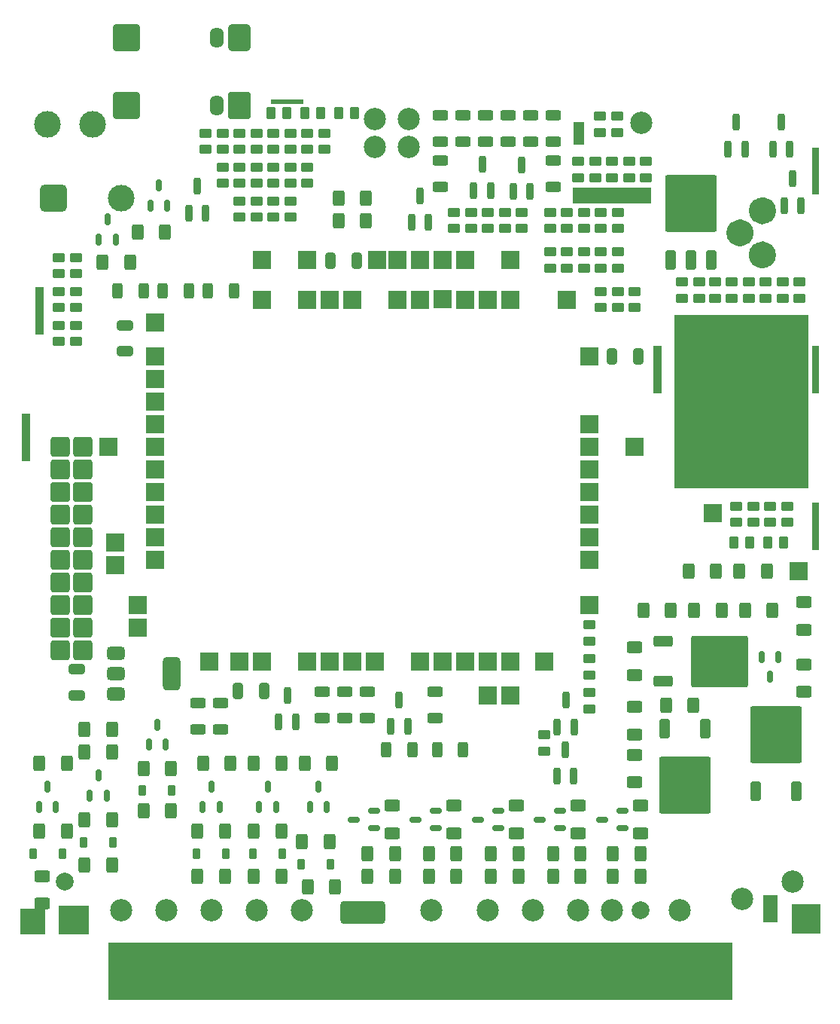
<source format=gbs>
G04 #@! TF.GenerationSoftware,KiCad,Pcbnew,9.0.1*
G04 #@! TF.CreationDate,2025-09-16T21:45:56+03:00*
G04 #@! TF.ProjectId,v1,76312e6b-6963-4616-945f-706362585858,rev?*
G04 #@! TF.SameCoordinates,Original*
G04 #@! TF.FileFunction,Soldermask,Bot*
G04 #@! TF.FilePolarity,Negative*
%FSLAX46Y46*%
G04 Gerber Fmt 4.6, Leading zero omitted, Abs format (unit mm)*
G04 Created by KiCad (PCBNEW 9.0.1) date 2025-09-16 21:45:56*
%MOMM*%
%LPD*%
G01*
G04 APERTURE LIST*
G04 Aperture macros list*
%AMRoundRect*
0 Rectangle with rounded corners*
0 $1 Rounding radius*
0 $2 $3 $4 $5 $6 $7 $8 $9 X,Y pos of 4 corners*
0 Add a 4 corners polygon primitive as box body*
4,1,4,$2,$3,$4,$5,$6,$7,$8,$9,$2,$3,0*
0 Add four circle primitives for the rounded corners*
1,1,$1+$1,$2,$3*
1,1,$1+$1,$4,$5*
1,1,$1+$1,$6,$7*
1,1,$1+$1,$8,$9*
0 Add four rect primitives between the rounded corners*
20,1,$1+$1,$2,$3,$4,$5,0*
20,1,$1+$1,$4,$5,$6,$7,0*
20,1,$1+$1,$6,$7,$8,$9,0*
20,1,$1+$1,$8,$9,$2,$3,0*%
G04 Aperture macros list end*
%ADD10C,0.100000*%
%ADD11C,1.550000*%
%ADD12RoundRect,0.200000X0.200000X-0.750000X0.200000X0.750000X-0.200000X0.750000X-0.200000X-0.750000X0*%
%ADD13R,2.000000X2.000000*%
%ADD14RoundRect,0.250000X0.450000X-0.262500X0.450000X0.262500X-0.450000X0.262500X-0.450000X-0.262500X0*%
%ADD15RoundRect,0.250000X0.625000X-0.312500X0.625000X0.312500X-0.625000X0.312500X-0.625000X-0.312500X0*%
%ADD16RoundRect,0.323530X0.776470X0.776470X-0.776470X0.776470X-0.776470X-0.776470X0.776470X-0.776470X0*%
%ADD17RoundRect,0.323529X0.776471X0.776471X-0.776471X0.776471X-0.776471X-0.776471X0.776471X-0.776471X0*%
%ADD18RoundRect,0.275000X0.825000X0.825000X-0.825000X0.825000X-0.825000X-0.825000X0.825000X-0.825000X0*%
%ADD19C,2.500000*%
%ADD20RoundRect,0.250000X1.250000X-1.250000X1.250000X1.250000X-1.250000X1.250000X-1.250000X-1.250000X0*%
%ADD21O,1.600000X2.300000*%
%ADD22RoundRect,0.208333X1.041667X-1.291667X1.041667X1.291667X-1.041667X1.291667X-1.041667X-1.291667X0*%
%ADD23RoundRect,0.390625X0.859375X-1.109375X0.859375X1.109375X-0.859375X1.109375X-0.859375X-1.109375X0*%
%ADD24RoundRect,0.250000X-0.350000X0.850000X-0.350000X-0.850000X0.350000X-0.850000X0.350000X0.850000X0*%
%ADD25RoundRect,0.249997X-2.650003X2.950003X-2.650003X-2.950003X2.650003X-2.950003X2.650003X2.950003X0*%
%ADD26RoundRect,0.250000X-0.850000X-0.350000X0.850000X-0.350000X0.850000X0.350000X-0.850000X0.350000X0*%
%ADD27RoundRect,0.249997X-2.950003X-2.650003X2.950003X-2.650003X2.950003X2.650003X-2.950003X2.650003X0*%
%ADD28RoundRect,0.250000X0.350000X-0.850000X0.350000X0.850000X-0.350000X0.850000X-0.350000X-0.850000X0*%
%ADD29RoundRect,0.249997X2.650003X-2.950003X2.650003X2.950003X-2.650003X2.950003X-2.650003X-2.950003X0*%
%ADD30RoundRect,0.441000X-1.059000X-1.059000X1.059000X-1.059000X1.059000X1.059000X-1.059000X1.059000X0*%
%ADD31C,3.000000*%
%ADD32RoundRect,0.250000X-0.400000X-0.625000X0.400000X-0.625000X0.400000X0.625000X-0.400000X0.625000X0*%
%ADD33RoundRect,0.150000X0.512500X0.150000X-0.512500X0.150000X-0.512500X-0.150000X0.512500X-0.150000X0*%
%ADD34C,2.000000*%
%ADD35RoundRect,0.250000X-0.650000X0.325000X-0.650000X-0.325000X0.650000X-0.325000X0.650000X0.325000X0*%
%ADD36RoundRect,0.250000X0.400000X0.625000X-0.400000X0.625000X-0.400000X-0.625000X0.400000X-0.625000X0*%
%ADD37RoundRect,0.250000X0.625000X-0.400000X0.625000X0.400000X-0.625000X0.400000X-0.625000X-0.400000X0*%
%ADD38RoundRect,0.250000X0.312500X0.625000X-0.312500X0.625000X-0.312500X-0.625000X0.312500X-0.625000X0*%
%ADD39RoundRect,0.150000X-0.150000X0.512500X-0.150000X-0.512500X0.150000X-0.512500X0.150000X0.512500X0*%
%ADD40RoundRect,0.250000X-0.312500X-0.625000X0.312500X-0.625000X0.312500X0.625000X-0.312500X0.625000X0*%
%ADD41RoundRect,0.225000X0.225000X0.375000X-0.225000X0.375000X-0.225000X-0.375000X0.225000X-0.375000X0*%
%ADD42RoundRect,0.150000X0.150000X-0.512500X0.150000X0.512500X-0.150000X0.512500X-0.150000X-0.512500X0*%
%ADD43RoundRect,0.312500X2.187500X0.937500X-2.187500X0.937500X-2.187500X-0.937500X2.187500X-0.937500X0*%
%ADD44RoundRect,0.250000X-0.625000X0.400000X-0.625000X-0.400000X0.625000X-0.400000X0.625000X0.400000X0*%
%ADD45RoundRect,0.250000X0.262500X0.450000X-0.262500X0.450000X-0.262500X-0.450000X0.262500X-0.450000X0*%
%ADD46RoundRect,0.250000X-0.262500X-0.450000X0.262500X-0.450000X0.262500X0.450000X-0.262500X0.450000X0*%
%ADD47RoundRect,0.375000X-0.625000X-0.375000X0.625000X-0.375000X0.625000X0.375000X-0.625000X0.375000X0*%
%ADD48RoundRect,0.500000X-0.500000X-1.400000X0.500000X-1.400000X0.500000X1.400000X-0.500000X1.400000X0*%
%ADD49RoundRect,0.250000X0.325000X0.650000X-0.325000X0.650000X-0.325000X-0.650000X0.325000X-0.650000X0*%
%ADD50RoundRect,0.250000X-0.325000X-0.650000X0.325000X-0.650000X0.325000X0.650000X-0.325000X0.650000X0*%
G04 APERTURE END LIST*
D10*
X183807946Y-92671900D02*
X184492054Y-92671900D01*
X184492054Y-97878900D01*
X183807946Y-97878900D01*
X183807946Y-92671900D01*
G36*
X183807946Y-92671900D02*
G01*
X184492054Y-92671900D01*
X184492054Y-97878900D01*
X183807946Y-97878900D01*
X183807946Y-92671900D01*
G37*
X156946600Y-49885600D02*
X158064200Y-49885600D01*
X158064200Y-52374800D01*
X156946600Y-52374800D01*
X156946600Y-49885600D01*
G36*
X156946600Y-49885600D02*
G01*
X158064200Y-49885600D01*
X158064200Y-52374800D01*
X156946600Y-52374800D01*
X156946600Y-49885600D01*
G37*
X156845000Y-57277000D02*
X165608000Y-57277000D01*
X165608000Y-58928000D01*
X156845000Y-58928000D01*
X156845000Y-57277000D01*
G36*
X156845000Y-57277000D02*
G01*
X165608000Y-57277000D01*
X165608000Y-58928000D01*
X156845000Y-58928000D01*
X156845000Y-57277000D01*
G37*
X99060000Y-137922000D02*
X102362000Y-137922000D01*
X102362000Y-141097000D01*
X99060000Y-141097000D01*
X99060000Y-137922000D01*
G36*
X99060000Y-137922000D02*
G01*
X102362000Y-137922000D01*
X102362000Y-141097000D01*
X99060000Y-141097000D01*
X99060000Y-137922000D01*
G37*
X94742000Y-138303000D02*
X97409000Y-138303000D01*
X97409000Y-141097000D01*
X94742000Y-141097000D01*
X94742000Y-138303000D01*
G36*
X94742000Y-138303000D02*
G01*
X97409000Y-138303000D01*
X97409000Y-141097000D01*
X94742000Y-141097000D01*
X94742000Y-138303000D01*
G37*
X165938200Y-75057000D02*
X166801800Y-75057000D01*
X166801800Y-80264000D01*
X165938200Y-80264000D01*
X165938200Y-75057000D01*
G36*
X165938200Y-75057000D02*
G01*
X166801800Y-75057000D01*
X166801800Y-80264000D01*
X165938200Y-80264000D01*
X165938200Y-75057000D01*
G37*
X94869000Y-82677000D02*
X95758000Y-82677000D01*
X95758000Y-87884000D01*
X94869000Y-87884000D01*
X94869000Y-82677000D01*
G36*
X94869000Y-82677000D02*
G01*
X95758000Y-82677000D01*
X95758000Y-87884000D01*
X94869000Y-87884000D01*
X94869000Y-82677000D01*
G37*
D11*
X178967150Y-64841811D02*
G75*
G02*
X177417150Y-64841811I-775000J0D01*
G01*
X177417150Y-64841811D02*
G75*
G02*
X178967150Y-64841811I775000J0D01*
G01*
D10*
X104648000Y-142113000D02*
X174752000Y-142113000D01*
X174752000Y-148463000D01*
X104648000Y-148463000D01*
X104648000Y-142113000D01*
G36*
X104648000Y-142113000D02*
G01*
X174752000Y-142113000D01*
X174752000Y-148463000D01*
X104648000Y-148463000D01*
X104648000Y-142113000D01*
G37*
X168275000Y-71564500D02*
X183261000Y-71564500D01*
X183261000Y-90995500D01*
X168275000Y-90995500D01*
X168275000Y-71564500D01*
G36*
X168275000Y-71564500D02*
G01*
X183261000Y-71564500D01*
X183261000Y-90995500D01*
X168275000Y-90995500D01*
X168275000Y-71564500D01*
G37*
D11*
X178980446Y-59869114D02*
G75*
G02*
X177430446Y-59869114I-775000J0D01*
G01*
X177430446Y-59869114D02*
G75*
G02*
X178980446Y-59869114I775000J0D01*
G01*
X176455204Y-62363964D02*
G75*
G02*
X174905204Y-62363964I-775000J0D01*
G01*
X174905204Y-62363964D02*
G75*
G02*
X176455204Y-62363964I775000J0D01*
G01*
D10*
X181483000Y-137795000D02*
X184658000Y-137795000D01*
X184658000Y-140970000D01*
X181483000Y-140970000D01*
X181483000Y-137795000D01*
G36*
X181483000Y-137795000D02*
G01*
X184658000Y-137795000D01*
X184658000Y-140970000D01*
X181483000Y-140970000D01*
X181483000Y-137795000D01*
G37*
X183819800Y-52768500D02*
X184505600Y-52768500D01*
X184505600Y-57975500D01*
X183819800Y-57975500D01*
X183819800Y-52768500D01*
G36*
X183819800Y-52768500D02*
G01*
X184505600Y-52768500D01*
X184505600Y-57975500D01*
X183819800Y-57975500D01*
X183819800Y-52768500D01*
G37*
X183801586Y-75057000D02*
X184485694Y-75057000D01*
X184485694Y-80264000D01*
X183801586Y-80264000D01*
X183801586Y-75057000D01*
G36*
X183801586Y-75057000D02*
G01*
X184485694Y-75057000D01*
X184485694Y-80264000D01*
X183801586Y-80264000D01*
X183801586Y-75057000D01*
G37*
X96443800Y-68453000D02*
X97307400Y-68453000D01*
X97307400Y-73660000D01*
X96443800Y-73660000D01*
X96443800Y-68453000D01*
G36*
X96443800Y-68453000D02*
G01*
X97307400Y-68453000D01*
X97307400Y-73660000D01*
X96443800Y-73660000D01*
X96443800Y-68453000D01*
G37*
X122885200Y-47396400D02*
X126466600Y-47396400D01*
X126466600Y-47802800D01*
X122885200Y-47802800D01*
X122885200Y-47396400D01*
G36*
X122885200Y-47396400D02*
G01*
X126466600Y-47396400D01*
X126466600Y-47802800D01*
X122885200Y-47802800D01*
X122885200Y-47396400D01*
G37*
X178308000Y-136779000D02*
X179832000Y-136779000D01*
X179832000Y-139700000D01*
X178308000Y-139700000D01*
X178308000Y-136779000D01*
G36*
X178308000Y-136779000D02*
G01*
X179832000Y-136779000D01*
X179832000Y-139700000D01*
X178308000Y-139700000D01*
X178308000Y-136779000D01*
G37*
D12*
X114619300Y-57123200D03*
X113669300Y-60123200D03*
X115569300Y-60123200D03*
D13*
X172618400Y-93865700D03*
D12*
X156032200Y-120420000D03*
X155082200Y-123420000D03*
X156982200Y-123420000D03*
D14*
X158750000Y-115847500D03*
X158750000Y-114022500D03*
X158750000Y-108227500D03*
X158750000Y-106402500D03*
D15*
X117221750Y-118110000D03*
X117221750Y-115185000D03*
D14*
X153676074Y-120565358D03*
X153676074Y-118740358D03*
X158750000Y-112037500D03*
X158750000Y-110212500D03*
D12*
X125701750Y-117340878D03*
X123801750Y-117340878D03*
X124751750Y-114340878D03*
X138295000Y-117825000D03*
X136395000Y-117825000D03*
X137345000Y-114825000D03*
X157033000Y-117857400D03*
X155133000Y-117857400D03*
X156083000Y-114857400D03*
X152080000Y-57697500D03*
X150180000Y-57697500D03*
X151130000Y-54697500D03*
X147635000Y-57634000D03*
X145735000Y-57634000D03*
X146685000Y-54634000D03*
D16*
X101717500Y-109220000D03*
D17*
X99177500Y-109220000D03*
X101717500Y-106680000D03*
D18*
X99177500Y-106680000D03*
D17*
X101717500Y-104140000D03*
X99177500Y-104140000D03*
X101717500Y-101600000D03*
X99177500Y-101600000D03*
X101717500Y-99060000D03*
X99177500Y-99060000D03*
X101717500Y-96520000D03*
X99177500Y-96520000D03*
X101717500Y-93980000D03*
X99177500Y-93980000D03*
D18*
X101717500Y-91440000D03*
X99177500Y-91440000D03*
D17*
X101717500Y-88900000D03*
X99177500Y-88900000D03*
X101717500Y-86360000D03*
X99177500Y-86360000D03*
D19*
X164541200Y-49961800D03*
D20*
X106680000Y-48049337D03*
D21*
X116840000Y-48049337D03*
D22*
X119380000Y-48049337D03*
D23*
X119380000Y-40429337D03*
D21*
X116840000Y-40429337D03*
D20*
X106680000Y-40429337D03*
D24*
X167210500Y-118101000D03*
D25*
X169490500Y-124401000D03*
D24*
X171770500Y-118101000D03*
D26*
X167045000Y-112770000D03*
D27*
X173345000Y-110490000D03*
D26*
X167045000Y-108210000D03*
D28*
X181985000Y-125055000D03*
D29*
X179705000Y-118755000D03*
D28*
X177425000Y-125055000D03*
D13*
X107950000Y-106680000D03*
D30*
X98435000Y-58420000D03*
D31*
X106035000Y-58420000D03*
D14*
X127000000Y-54967500D03*
X125095000Y-54967500D03*
X127000000Y-56792500D03*
X125095000Y-56792500D03*
D32*
X96875000Y-121920000D03*
X99975000Y-121920000D03*
D14*
X149225000Y-61872500D03*
X149225000Y-60047500D03*
D13*
X121920305Y-69850176D03*
D15*
X131191750Y-116840000D03*
X131191750Y-113915000D03*
D19*
X168910000Y-138430000D03*
D14*
X156210000Y-61872500D03*
X156210000Y-60047500D03*
D31*
X97790000Y-50165000D03*
D19*
X134620000Y-52705000D03*
D15*
X141351750Y-116840000D03*
X141351750Y-113915000D03*
D19*
X111125000Y-138430000D03*
D15*
X154686750Y-52070000D03*
X154686750Y-49145000D03*
D33*
X141472500Y-127320000D03*
X141472500Y-129220000D03*
X139197500Y-128270000D03*
D34*
X164465000Y-138430000D03*
D14*
X178562000Y-69723000D03*
X178562000Y-67898000D03*
D15*
X114681750Y-118110000D03*
X114681750Y-115185000D03*
D34*
X99695000Y-135255000D03*
D13*
X105410000Y-99695000D03*
D19*
X140970000Y-138430000D03*
D35*
X106465000Y-72725000D03*
X106465000Y-75675000D03*
D14*
X163830000Y-70762500D03*
X163830000Y-68937500D03*
D36*
X133630000Y-58420000D03*
X130530000Y-58420000D03*
D19*
X157480000Y-138430000D03*
D13*
X137160000Y-65405000D03*
D33*
X134487500Y-127320000D03*
X134487500Y-129220000D03*
X132212500Y-128270000D03*
D12*
X176234000Y-52935000D03*
X174334000Y-52935000D03*
X175284000Y-49935000D03*
D14*
X179070000Y-94892500D03*
X179070000Y-93067500D03*
X163195000Y-56157500D03*
X163195000Y-54332500D03*
D13*
X129540000Y-69850000D03*
D15*
X133731750Y-116840000D03*
X133731750Y-113915000D03*
D37*
X150495000Y-129820000D03*
X150495000Y-126720000D03*
D14*
X154305000Y-66317500D03*
X154305000Y-64492500D03*
D12*
X140650000Y-61190000D03*
X138750000Y-61190000D03*
X139700000Y-58190000D03*
D37*
X143510000Y-129820000D03*
X143510000Y-126720000D03*
D14*
X161925000Y-61872500D03*
X161925000Y-60047500D03*
D35*
X101110000Y-111380000D03*
X101110000Y-114330000D03*
D32*
X115290000Y-121920000D03*
X118390000Y-121920000D03*
D38*
X108585000Y-68833250D03*
X105660000Y-68833250D03*
D39*
X178120000Y-109987500D03*
X180020000Y-109987500D03*
X179070000Y-112262500D03*
D14*
X165100000Y-56157500D03*
X165100000Y-54332500D03*
D36*
X124105000Y-134620000D03*
X121005000Y-134620000D03*
D40*
X135890000Y-120396750D03*
X138815000Y-120396750D03*
D13*
X139700000Y-65405000D03*
D36*
X111685000Y-127254000D03*
X108585000Y-127254000D03*
D12*
X181290000Y-52935000D03*
X179390000Y-52935000D03*
X180340000Y-49935000D03*
D32*
X101955000Y-118110000D03*
X105055000Y-118110000D03*
D36*
X105055000Y-133350000D03*
X101955000Y-133350000D03*
X150775000Y-132080000D03*
X147675000Y-132080000D03*
D13*
X104648000Y-86360000D03*
D15*
X141986750Y-57150000D03*
X141986750Y-54225000D03*
D32*
X147675000Y-134620000D03*
X150775000Y-134620000D03*
D15*
X144526750Y-52070000D03*
X144526750Y-49145000D03*
D14*
X121285000Y-52982500D03*
X121285000Y-51157500D03*
X121285000Y-60602500D03*
X121285000Y-58777500D03*
X156210000Y-66317500D03*
X156210000Y-64492500D03*
D13*
X158750000Y-104140000D03*
D19*
X116205000Y-138430000D03*
D41*
X124205000Y-132080000D03*
X120905000Y-132080000D03*
D14*
X123190000Y-52982500D03*
X123190000Y-51157500D03*
D42*
X129220000Y-126867500D03*
X127320000Y-126867500D03*
X128270000Y-124592500D03*
D14*
X125095000Y-60602500D03*
X125095000Y-58777500D03*
X151130000Y-61872500D03*
X151130000Y-60047500D03*
D13*
X109855000Y-88900000D03*
D43*
X133235000Y-138685000D03*
D36*
X133630000Y-60960000D03*
X130530000Y-60960000D03*
D37*
X163830000Y-118745000D03*
X163830000Y-115645000D03*
D14*
X161290000Y-56157500D03*
X161290000Y-54332500D03*
D41*
X117855000Y-132080000D03*
X114555000Y-132080000D03*
D13*
X147320000Y-114300000D03*
X147320000Y-110490000D03*
X132080000Y-110490000D03*
X109855000Y-72390000D03*
D14*
X117475000Y-56792500D03*
X117475000Y-54967500D03*
D42*
X111085000Y-119882500D03*
X109185000Y-119882500D03*
X110135000Y-117607500D03*
D36*
X170460000Y-115443000D03*
X167360000Y-115443000D03*
X178715000Y-100330000D03*
X175615000Y-100330000D03*
D13*
X147320000Y-69850000D03*
D14*
X174752000Y-69723000D03*
X174752000Y-67898000D03*
D41*
X111785000Y-124968000D03*
X108485000Y-124968000D03*
D13*
X163830000Y-86360000D03*
X158750000Y-88900000D03*
X109855000Y-93980000D03*
X134620000Y-110490000D03*
D28*
X172460000Y-65365000D03*
X170180000Y-65365000D03*
D29*
X170180000Y-59065000D03*
D28*
X167900000Y-65365000D03*
D36*
X157760000Y-132080000D03*
X154660000Y-132080000D03*
D13*
X132080000Y-69850000D03*
D15*
X128651750Y-116840000D03*
X128651750Y-113915000D03*
D44*
X163830000Y-108940000D03*
X163830000Y-112040000D03*
D13*
X109855000Y-81280000D03*
D14*
X169164000Y-69723000D03*
X169164000Y-67898000D03*
D13*
X127000000Y-69850000D03*
X109855000Y-96520000D03*
X156210000Y-69850000D03*
D19*
X175895000Y-137160000D03*
D14*
X157480000Y-56157500D03*
X157480000Y-54332500D03*
X159385000Y-56157500D03*
X159385000Y-54332500D03*
D44*
X97155000Y-134620000D03*
X97155000Y-137720000D03*
D33*
X162427500Y-127320000D03*
X162427500Y-129220000D03*
X160152500Y-128270000D03*
D15*
X152146750Y-52070000D03*
X152146750Y-49145000D03*
D19*
X134620000Y-49530000D03*
D37*
X164465000Y-129820000D03*
X164465000Y-126720000D03*
X136525000Y-129820000D03*
X136525000Y-126720000D03*
X182880000Y-113945000D03*
X182880000Y-110845000D03*
D14*
X121285000Y-56792500D03*
X121285000Y-54967500D03*
X123190000Y-56792500D03*
X123190000Y-54967500D03*
D13*
X105410000Y-97155000D03*
X107950000Y-104140000D03*
D14*
X154305000Y-61872500D03*
X154305000Y-60047500D03*
D45*
X176807500Y-97155000D03*
X174982500Y-97155000D03*
D13*
X149860000Y-69850000D03*
D14*
X100965000Y-70762500D03*
X100965000Y-68937500D03*
D15*
X147066750Y-52070000D03*
X147066750Y-49145000D03*
D19*
X147320000Y-138430000D03*
D13*
X142214185Y-69845035D03*
D46*
X122912500Y-48895000D03*
X124737500Y-48895000D03*
D33*
X148457500Y-127320000D03*
X148457500Y-129220000D03*
X146182500Y-128270000D03*
D13*
X109851595Y-83821192D03*
D14*
X176657000Y-69723000D03*
X176657000Y-67898000D03*
D47*
X105455000Y-114170000D03*
X105455000Y-111870000D03*
D48*
X111755000Y-111870000D03*
D47*
X105455000Y-109570000D03*
D14*
X180467000Y-69723000D03*
X180467000Y-67898000D03*
D13*
X158750000Y-93980000D03*
D49*
X132545760Y-65465695D03*
X129595760Y-65465695D03*
D12*
X182560000Y-59285000D03*
X180660000Y-59285000D03*
X181610000Y-56285000D03*
D42*
X123505000Y-126867500D03*
X121605000Y-126867500D03*
X122555000Y-124592500D03*
D13*
X109855000Y-78740000D03*
D32*
X101955000Y-120650000D03*
X105055000Y-120650000D03*
D14*
X180975000Y-94892500D03*
X180975000Y-93067500D03*
D36*
X143790000Y-132080000D03*
X140690000Y-132080000D03*
D41*
X105155000Y-130810000D03*
X101855000Y-130810000D03*
D42*
X105465000Y-63100120D03*
X103565000Y-63100120D03*
X104515000Y-60825120D03*
D14*
X119380000Y-56792500D03*
X119380000Y-54967500D03*
D13*
X144780000Y-65405000D03*
D45*
X180617500Y-97155000D03*
X178792500Y-97155000D03*
D32*
X169900000Y-100330000D03*
X173000000Y-100330000D03*
D13*
X127000000Y-110490000D03*
D19*
X138430000Y-52705000D03*
D14*
X159943800Y-51077500D03*
X159943800Y-49252500D03*
D13*
X158750000Y-99060000D03*
D36*
X129507929Y-130796039D03*
X126407929Y-130796039D03*
X117755000Y-134620000D03*
X114655000Y-134620000D03*
D41*
X129607929Y-133336039D03*
X126307929Y-133336039D03*
D15*
X149606750Y-52070000D03*
X149606750Y-49145000D03*
D32*
X133780000Y-134620000D03*
X136880000Y-134620000D03*
D19*
X121285000Y-138430000D03*
D13*
X119380000Y-110490000D03*
X142240000Y-110490000D03*
D14*
X99060000Y-66952500D03*
X99060000Y-65127500D03*
D36*
X105055000Y-128270000D03*
X101955000Y-128270000D03*
D14*
X158115000Y-61872500D03*
X158115000Y-60047500D03*
D33*
X155442500Y-127320000D03*
X155442500Y-129220000D03*
X153167500Y-128270000D03*
D14*
X99060000Y-74572500D03*
X99060000Y-72747500D03*
D32*
X140690000Y-134620000D03*
X143790000Y-134620000D03*
D13*
X158750000Y-76200000D03*
D14*
X99060000Y-70762500D03*
X99060000Y-68937500D03*
D46*
X126722500Y-48895000D03*
X128547500Y-48895000D03*
D13*
X109855000Y-86360000D03*
D32*
X126720000Y-121920000D03*
X129820000Y-121920000D03*
D13*
X158750000Y-83820000D03*
X109855000Y-99060000D03*
D50*
X119175000Y-113790000D03*
X122125000Y-113790000D03*
D19*
X181610000Y-135255000D03*
D14*
X160020000Y-70762500D03*
X160020000Y-68937500D03*
X161925000Y-66317500D03*
X161925000Y-64492500D03*
D13*
X149860000Y-110490000D03*
X182245000Y-100330000D03*
X158750000Y-86360000D03*
D14*
X158115000Y-66317500D03*
X158115000Y-64492500D03*
X182372000Y-69723000D03*
X182372000Y-67898000D03*
X117475000Y-52982500D03*
X117475000Y-51157500D03*
X100965000Y-66952500D03*
X100965000Y-65127500D03*
X145415000Y-61872500D03*
X145415000Y-60047500D03*
X123190000Y-60602500D03*
X123190000Y-58777500D03*
X147320000Y-61872500D03*
X147320000Y-60047500D03*
D19*
X161290000Y-138430000D03*
D13*
X144780000Y-110490000D03*
D14*
X161848800Y-51077500D03*
X161848800Y-49252500D03*
D41*
X99440000Y-132080000D03*
X96140000Y-132080000D03*
D19*
X126365000Y-138430000D03*
D13*
X115951000Y-110490000D03*
D14*
X143510000Y-61872500D03*
X143510000Y-60047500D03*
X128905000Y-52982500D03*
X128905000Y-51157500D03*
D36*
X173635000Y-104775000D03*
X170535000Y-104775000D03*
D13*
X121922049Y-65389662D03*
D19*
X152400000Y-138430000D03*
D13*
X134875000Y-65405000D03*
D32*
X121005000Y-121920000D03*
X124105000Y-121920000D03*
D15*
X141986750Y-52070000D03*
X141986750Y-49145000D03*
D14*
X171069000Y-69723000D03*
X171069000Y-67898000D03*
D13*
X158750000Y-96520000D03*
X139700000Y-110490000D03*
D38*
X113665000Y-68833250D03*
X110740000Y-68833250D03*
D13*
X129540000Y-110490000D03*
D14*
X177165000Y-94892500D03*
X177165000Y-93067500D03*
D42*
X117155000Y-126867500D03*
X115255000Y-126867500D03*
X116205000Y-124592500D03*
D13*
X149860000Y-65405000D03*
X144780000Y-69850000D03*
D14*
X172847000Y-69723000D03*
X172847000Y-67898000D03*
D36*
X164491000Y-132080000D03*
X161391000Y-132080000D03*
D14*
X161925000Y-70762500D03*
X161925000Y-68937500D03*
X100965000Y-74572500D03*
X100965000Y-72747500D03*
X127000000Y-52982500D03*
X127000000Y-51157500D03*
D15*
X154686750Y-57150000D03*
X154686750Y-54225000D03*
D36*
X130142929Y-135876039D03*
X127042929Y-135876039D03*
D14*
X160020000Y-66317500D03*
X160020000Y-64492500D03*
D40*
X141605000Y-120396750D03*
X144530000Y-120396750D03*
D36*
X107062380Y-65670000D03*
X103962380Y-65670000D03*
D32*
X154660000Y-134620000D03*
X157760000Y-134620000D03*
D14*
X115570000Y-52982500D03*
X115570000Y-51157500D03*
D49*
X164222142Y-76200000D03*
X161272142Y-76200000D03*
D13*
X137160000Y-69850000D03*
D36*
X111685000Y-122555000D03*
X108585000Y-122555000D03*
X167920000Y-104775000D03*
X164820000Y-104775000D03*
D14*
X119380000Y-52982500D03*
X119380000Y-51157500D03*
D37*
X182880000Y-106960000D03*
X182880000Y-103860000D03*
D38*
X118745000Y-68833250D03*
X115820000Y-68833250D03*
D32*
X161391000Y-134620000D03*
X164491000Y-134620000D03*
D13*
X153670000Y-110490000D03*
D42*
X111276000Y-59312500D03*
X109376000Y-59312500D03*
X110326000Y-57037500D03*
D36*
X110995000Y-62284000D03*
X107895000Y-62284000D03*
X124105000Y-129540000D03*
X121005000Y-129540000D03*
D37*
X163830000Y-124105000D03*
X163830000Y-121005000D03*
D13*
X149860000Y-114300000D03*
D19*
X138430000Y-49530000D03*
D13*
X142246682Y-65413579D03*
D42*
X98740000Y-126867500D03*
X96840000Y-126867500D03*
X97790000Y-124592500D03*
D13*
X158750000Y-91440000D03*
X121920000Y-110490000D03*
X109855000Y-76200000D03*
X127000000Y-65405000D03*
D36*
X179350000Y-104775000D03*
X176250000Y-104775000D03*
D14*
X175260000Y-94892500D03*
X175260000Y-93067500D03*
D46*
X130532500Y-48895000D03*
X132357500Y-48895000D03*
D37*
X157480000Y-129820000D03*
X157480000Y-126720000D03*
D14*
X125095000Y-52982500D03*
X125095000Y-51157500D03*
D13*
X139700000Y-69850000D03*
D14*
X119380000Y-60602500D03*
X119380000Y-58777500D03*
D36*
X136880000Y-132080000D03*
X133780000Y-132080000D03*
D42*
X104455000Y-125597500D03*
X102555000Y-125597500D03*
X103505000Y-123322500D03*
D31*
X102870000Y-50165000D03*
D36*
X117755000Y-129540000D03*
X114655000Y-129540000D03*
D19*
X106045000Y-138430000D03*
D13*
X109855000Y-91440000D03*
D14*
X160020000Y-61872500D03*
X160020000Y-60047500D03*
D32*
X96875000Y-129540000D03*
X99975000Y-129540000D03*
M02*

</source>
